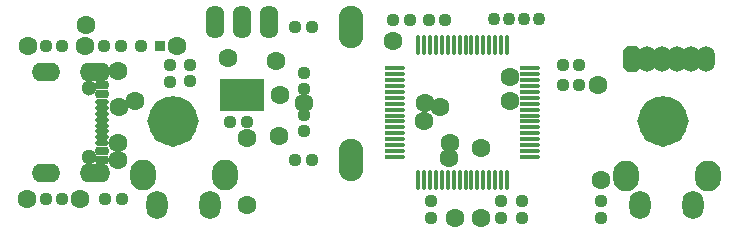
<source format=gts>
G04 Layer_Color=8388736*
%FSLAX43Y43*%
%MOMM*%
G71*
G01*
G75*
G04:AMPARAMS|DCode=37|XSize=0.95mm|YSize=0.95mm|CornerRadius=0.275mm|HoleSize=0mm|Usage=FLASHONLY|Rotation=90.000|XOffset=0mm|YOffset=0mm|HoleType=Round|Shape=RoundedRectangle|*
%AMROUNDEDRECTD37*
21,1,0.950,0.400,0,0,90.0*
21,1,0.400,0.950,0,0,90.0*
1,1,0.550,0.200,0.200*
1,1,0.550,0.200,-0.200*
1,1,0.550,-0.200,-0.200*
1,1,0.550,-0.200,0.200*
%
%ADD37ROUNDEDRECTD37*%
G04:AMPARAMS|DCode=38|XSize=0.45mm|YSize=1.15mm|CornerRadius=0.15mm|HoleSize=0mm|Usage=FLASHONLY|Rotation=270.000|XOffset=0mm|YOffset=0mm|HoleType=Round|Shape=RoundedRectangle|*
%AMROUNDEDRECTD38*
21,1,0.450,0.850,0,0,270.0*
21,1,0.150,1.150,0,0,270.0*
1,1,0.300,-0.425,-0.075*
1,1,0.300,-0.425,0.075*
1,1,0.300,0.425,0.075*
1,1,0.300,0.425,-0.075*
%
%ADD38ROUNDEDRECTD38*%
G04:AMPARAMS|DCode=39|XSize=0.75mm|YSize=1.15mm|CornerRadius=0.225mm|HoleSize=0mm|Usage=FLASHONLY|Rotation=270.000|XOffset=0mm|YOffset=0mm|HoleType=Round|Shape=RoundedRectangle|*
%AMROUNDEDRECTD39*
21,1,0.750,0.700,0,0,270.0*
21,1,0.300,1.150,0,0,270.0*
1,1,0.450,-0.350,-0.150*
1,1,0.450,-0.350,0.150*
1,1,0.450,0.350,0.150*
1,1,0.450,0.350,-0.150*
%
%ADD39ROUNDEDRECTD39*%
G04:AMPARAMS|DCode=40|XSize=0.95mm|YSize=0.95mm|CornerRadius=0.275mm|HoleSize=0mm|Usage=FLASHONLY|Rotation=180.000|XOffset=0mm|YOffset=0mm|HoleType=Round|Shape=RoundedRectangle|*
%AMROUNDEDRECTD40*
21,1,0.950,0.400,0,0,180.0*
21,1,0.400,0.950,0,0,180.0*
1,1,0.550,-0.200,0.200*
1,1,0.550,0.200,0.200*
1,1,0.550,0.200,-0.200*
1,1,0.550,-0.200,-0.200*
%
%ADD40ROUNDEDRECTD40*%
%ADD41R,0.950X0.950*%
%ADD42R,3.800X2.800*%
%ADD43O,1.600X2.800*%
%ADD44O,2.100X3.600*%
%ADD45O,1.700X0.400*%
%ADD46O,0.400X1.700*%
%ADD47C,1.300*%
%ADD48O,2.600X1.600*%
%ADD49O,2.400X1.600*%
%ADD50C,4.200*%
%ADD51O,1.800X2.400*%
%ADD52O,2.200X2.600*%
G04:AMPARAMS|DCode=53|XSize=1.5mm|YSize=2.2mm|CornerRadius=0mm|HoleSize=0mm|Usage=FLASHONLY|Rotation=0.000|XOffset=0mm|YOffset=0mm|HoleType=Round|Shape=Octagon|*
%AMOCTAGOND53*
4,1,8,-0.375,1.100,0.375,1.100,0.750,0.725,0.750,-0.725,0.375,-1.100,-0.375,-1.100,-0.750,-0.725,-0.750,0.725,-0.375,1.100,0.0*
%
%ADD53OCTAGOND53*%

%ADD54O,1.500X2.200*%
%ADD55C,1.100*%
%ADD56C,1.200*%
%ADD57C,1.600*%
D37*
X34400Y95400D02*
D03*
X33000D02*
D03*
X29450Y82450D02*
D03*
X28050D02*
D03*
X29450Y95400D02*
D03*
X28050D02*
D03*
X34475Y82450D02*
D03*
X33075D02*
D03*
X43650Y88975D02*
D03*
X45050D02*
D03*
X49150Y85825D02*
D03*
X50550D02*
D03*
X49150Y97025D02*
D03*
X50550D02*
D03*
X57475Y97600D02*
D03*
X58875D02*
D03*
X73200Y92100D02*
D03*
X71800D02*
D03*
X73200Y93850D02*
D03*
X71800D02*
D03*
X61875Y97600D02*
D03*
X60475D02*
D03*
D38*
X32825Y90700D02*
D03*
Y90200D02*
D03*
Y89700D02*
D03*
Y87200D02*
D03*
Y87700D02*
D03*
Y88200D02*
D03*
Y89200D02*
D03*
Y88700D02*
D03*
D39*
Y86550D02*
D03*
Y91350D02*
D03*
Y85750D02*
D03*
Y92150D02*
D03*
D40*
X36125Y95400D02*
D03*
X38575Y92425D02*
D03*
Y93825D02*
D03*
X40250Y92450D02*
D03*
Y93850D02*
D03*
X49875Y93175D02*
D03*
Y91775D02*
D03*
X49884Y88228D02*
D03*
Y89628D02*
D03*
X75050Y80900D02*
D03*
Y82300D02*
D03*
X60625Y80900D02*
D03*
Y82300D02*
D03*
X66575Y80900D02*
D03*
Y82300D02*
D03*
X68375Y80900D02*
D03*
Y82300D02*
D03*
D41*
X37725Y95400D02*
D03*
D42*
X44675Y91250D02*
D03*
D43*
X42375Y97450D02*
D03*
X44675D02*
D03*
X46975D02*
D03*
D44*
X53875Y97025D02*
D03*
Y85825D02*
D03*
D45*
X57625Y93550D02*
D03*
Y93050D02*
D03*
Y92550D02*
D03*
Y92050D02*
D03*
Y91550D02*
D03*
Y91050D02*
D03*
Y90550D02*
D03*
Y90050D02*
D03*
Y89550D02*
D03*
Y89050D02*
D03*
Y88550D02*
D03*
Y88050D02*
D03*
Y87550D02*
D03*
Y87050D02*
D03*
Y86550D02*
D03*
Y86050D02*
D03*
X69025D02*
D03*
Y86550D02*
D03*
Y87050D02*
D03*
Y87550D02*
D03*
Y88050D02*
D03*
Y88550D02*
D03*
Y89050D02*
D03*
Y89550D02*
D03*
Y90050D02*
D03*
Y90550D02*
D03*
Y91050D02*
D03*
Y91550D02*
D03*
Y92050D02*
D03*
Y92550D02*
D03*
Y93050D02*
D03*
Y93550D02*
D03*
D46*
X59575Y84100D02*
D03*
X60075D02*
D03*
X60575D02*
D03*
X61075D02*
D03*
X61575D02*
D03*
X62075D02*
D03*
X62575D02*
D03*
X63075D02*
D03*
X63575D02*
D03*
X64075D02*
D03*
X64575D02*
D03*
X65075D02*
D03*
X65575D02*
D03*
X66075D02*
D03*
X66575D02*
D03*
X67075D02*
D03*
Y95500D02*
D03*
X66575D02*
D03*
X66075D02*
D03*
X65575D02*
D03*
X65075D02*
D03*
X64575D02*
D03*
X64075D02*
D03*
X63575D02*
D03*
X63075D02*
D03*
X62575D02*
D03*
X62075D02*
D03*
X61575D02*
D03*
X61075D02*
D03*
X60575D02*
D03*
X60075D02*
D03*
X59575D02*
D03*
D47*
X31705Y91840D02*
D03*
Y86060D02*
D03*
D48*
X32205Y84650D02*
D03*
Y93250D02*
D03*
D49*
X28025Y84650D02*
D03*
Y93250D02*
D03*
D50*
X38800Y89050D02*
D03*
X80300D02*
D03*
D51*
X41975Y82000D02*
D03*
X37475D02*
D03*
X82876Y81941D02*
D03*
X78376D02*
D03*
D52*
X36225Y84500D02*
D03*
X43225D02*
D03*
X77126Y84441D02*
D03*
X84126D02*
D03*
D53*
X77700Y94300D02*
D03*
D54*
X78950D02*
D03*
X80200D02*
D03*
X81450D02*
D03*
X82700D02*
D03*
X83950D02*
D03*
D55*
X67240Y97725D02*
D03*
X68510D02*
D03*
X69780D02*
D03*
X65970D02*
D03*
D56*
X38800Y87450D02*
D03*
Y90650D02*
D03*
X37669Y90181D02*
D03*
X39931Y87919D02*
D03*
X37200Y89050D02*
D03*
X40400D02*
D03*
X37669Y87919D02*
D03*
X39931Y90181D02*
D03*
X80300Y87450D02*
D03*
Y90650D02*
D03*
X79169Y90181D02*
D03*
X81431Y87919D02*
D03*
X78700Y89050D02*
D03*
X81900D02*
D03*
X79169Y87919D02*
D03*
X81431Y90181D02*
D03*
D57*
X34202Y90254D02*
D03*
X31375Y95400D02*
D03*
X34175Y87200D02*
D03*
X30900Y82475D02*
D03*
X26450Y82450D02*
D03*
X34175Y85750D02*
D03*
X34150Y93350D02*
D03*
X26550Y95400D02*
D03*
X31475Y97250D02*
D03*
X35600Y90800D02*
D03*
X43500Y94450D02*
D03*
X39175Y95475D02*
D03*
X47525Y94175D02*
D03*
X47750Y87800D02*
D03*
X60125Y90575D02*
D03*
X49875Y90600D02*
D03*
X67303Y92830D02*
D03*
X67300Y90750D02*
D03*
X62650Y80900D02*
D03*
X64900Y80875D02*
D03*
X75050Y84050D02*
D03*
X74825Y92100D02*
D03*
X57475Y95850D02*
D03*
X45050Y81975D02*
D03*
Y87625D02*
D03*
X60100Y89100D02*
D03*
X64850Y86825D02*
D03*
X62225Y87250D02*
D03*
X62175Y85950D02*
D03*
X47875Y91250D02*
D03*
X61425Y90250D02*
D03*
M02*

</source>
